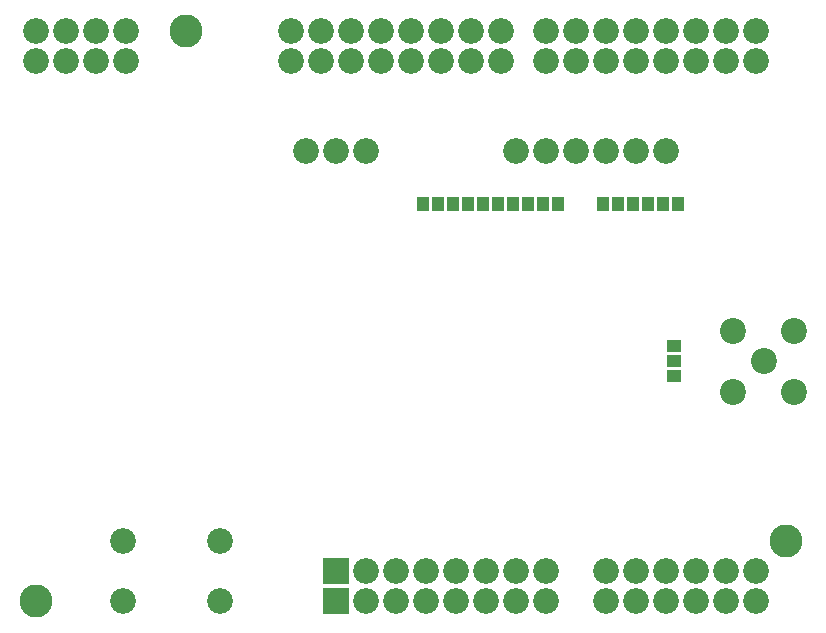
<source format=gbr>
G04 GERBER ASCII OUTPUT FROM: EDWINXP (VER. 1.61 REV. 20080915)*
G04 GERBER FORMAT: RX-274-X*
G04 BOARD: AMICUS_GPS_SHIELD*
G04 ARTWORK OF SOLD.MASK POSITIVE*
%ASAXBY*%
%FSLAX23Y23*%
%MIA0B0*%
%MOIN*%
%OFA0.0000B0.0000*%
%SFA1B1*%
%IJA0B0*%
%INLAYER30POS*%
%IOA0B0*%
%IPPOS*%
%IR0*%
G04 APERTURE MACROS*
%AMEDWDONUT*
1,1,$1,$2,$3*
1,0,$4,$2,$3*
%
%AMEDWFRECT*
20,1,$1,$2,$3,$4,$5,$6*
%
%AMEDWORECT*
20,1,$1,$2,$3,$4,$5,$10*
20,1,$1,$4,$5,$6,$7,$10*
20,1,$1,$6,$7,$8,$9,$10*
20,1,$1,$8,$9,$2,$3,$10*
1,1,$1,$2,$3*
1,1,$1,$4,$5*
1,1,$1,$6,$7*
1,1,$1,$8,$9*
%
%AMEDWLINER*
20,1,$1,$2,$3,$4,$5,$6*
1,1,$1,$2,$3*
1,1,$1,$4,$5*
%
%AMEDWFTRNG*
4,1,3,$1,$2,$3,$4,$5,$6,$7,$8,$9*
%
%AMEDWATRNG*
4,1,3,$1,$2,$3,$4,$5,$6,$7,$8,$9*
20,1,$11,$1,$2,$3,$4,$10*
20,1,$11,$3,$4,$5,$6,$10*
20,1,$11,$5,$6,$7,$8,$10*
1,1,$11,$3,$4*
1,1,$11,$5,$6*
1,1,$11,$7,$8*
%
%AMEDWOTRNG*
20,1,$1,$2,$3,$4,$5,$8*
20,1,$1,$4,$5,$6,$7,$8*
20,1,$1,$6,$7,$2,$3,$8*
1,1,$1,$2,$3*
1,1,$1,$4,$5*
1,1,$1,$6,$7*
%
G04*
G04 APERTURE LIST*
%ADD10R,0.0700X0.0650*%
%ADD11R,0.0940X0.0890*%
%ADD12R,0.0600X0.0550*%
%ADD13R,0.0840X0.0790*%
%ADD14R,0.1350X0.1350*%
%ADD15R,0.1590X0.1590*%
%ADD16R,0.1250X0.1250*%
%ADD17R,0.1490X0.1490*%
%ADD18R,0.1700X0.1700*%
%ADD19R,0.1940X0.1940*%
%ADD20R,0.1560X0.1560*%
%ADD21R,0.1800X0.1800*%
%ADD22R,0.03937X0.05118*%
%ADD23R,0.06337X0.07518*%
%ADD24R,0.03543X0.04724*%
%ADD25R,0.05943X0.07124*%
%ADD26R,0.05118X0.03937*%
%ADD27R,0.07518X0.06337*%
%ADD28R,0.04724X0.03543*%
%ADD29R,0.07124X0.05943*%
%ADD30R,0.0860X0.0860*%
%ADD31R,0.1100X0.1100*%
%ADD32R,0.0700X0.0700*%
%ADD33R,0.0940X0.0940*%
%ADD34R,0.0900X0.0350*%
%ADD35R,0.1140X0.0590*%
%ADD36R,0.0800X0.0250*%
%ADD37R,0.1040X0.0490*%
%ADD38R,0.04724X0.06693*%
%ADD39R,0.07124X0.09093*%
%ADD40R,0.03937X0.05906*%
%ADD41R,0.06337X0.08306*%
%ADD42R,0.0650X0.0700*%
%ADD43R,0.0890X0.0940*%
%ADD44R,0.0550X0.0600*%
%ADD45R,0.0790X0.0840*%
%ADD46C,0.00039*%
%ADD48C,0.0010*%
%ADD50C,0.00118*%
%ADD52C,0.0020*%
%ADD53R,0.0020X0.0020*%
%ADD54C,0.0030*%
%ADD55R,0.0030X0.0030*%
%ADD56C,0.0040*%
%ADD57R,0.0040X0.0040*%
%ADD58C,0.00472*%
%ADD60C,0.0050*%
%ADD61R,0.0050X0.0050*%
%ADD62C,0.00512*%
%ADD63R,0.00512X0.00512*%
%ADD64C,0.00551*%
%ADD65R,0.00551X0.00551*%
%ADD66C,0.00591*%
%ADD67R,0.00591X0.00591*%
%ADD68C,0.00659*%
%ADD69R,0.00659X0.00659*%
%ADD70C,0.00669*%
%ADD72C,0.00787*%
%ADD73R,0.00787X0.00787*%
%ADD74C,0.00799*%
%ADD76C,0.0080*%
%ADD78C,0.00984*%
%ADD79R,0.00984X0.00984*%
%ADD80C,0.0100*%
%ADD81R,0.0100X0.0100*%
%ADD82C,0.01181*%
%ADD84C,0.0120*%
%ADD86C,0.0120*%
%ADD88C,0.0130*%
%ADD90C,0.0150*%
%ADD91R,0.0150X0.0150*%
%ADD92C,0.0160*%
%ADD94C,0.01698*%
%ADD95R,0.01698X0.01698*%
%ADD96C,0.01797*%
%ADD97R,0.01797X0.01797*%
%ADD98C,0.01895*%
%ADD99R,0.01895X0.01895*%
%ADD100C,0.01969*%
%ADD101R,0.01969X0.01969*%
%ADD102C,0.01994*%
%ADD103R,0.01994X0.01994*%
%ADD104C,0.0200*%
%ADD106C,0.02092*%
%ADD107R,0.02092X0.02092*%
%ADD108C,0.02362*%
%ADD109R,0.02362X0.02362*%
%ADD110C,0.0240*%
%ADD111R,0.0240X0.0240*%
%ADD112C,0.0240*%
%ADD113R,0.0240X0.0240*%
%ADD114C,0.0250*%
%ADD115R,0.0250X0.0250*%
%ADD116C,0.0290*%
%ADD118C,0.02912*%
%ADD120C,0.02951*%
%ADD122C,0.02991*%
%ADD124C,0.0300*%
%ADD125R,0.0300X0.0300*%
%ADD126C,0.03059*%
%ADD127R,0.03059X0.03059*%
%ADD128C,0.03069*%
%ADD129R,0.03069X0.03069*%
%ADD130C,0.03199*%
%ADD131R,0.03199X0.03199*%
%ADD132C,0.0320*%
%ADD133R,0.0320X0.0320*%
%ADD134C,0.0350*%
%ADD135R,0.0350X0.0350*%
%ADD136C,0.03581*%
%ADD138C,0.0360*%
%ADD140C,0.0370*%
%ADD142C,0.0390*%
%ADD143R,0.0390X0.0390*%
%ADD144C,0.03937*%
%ADD145R,0.03937X0.03937*%
%ADD146C,0.0400*%
%ADD147R,0.0400X0.0400*%
%ADD148C,0.04173*%
%ADD149R,0.04173X0.04173*%
%ADD150C,0.04369*%
%ADD152C,0.0440*%
%ADD154C,0.0450*%
%ADD155R,0.0450X0.0450*%
%ADD156C,0.0470*%
%ADD157R,0.0470X0.0470*%
%ADD158C,0.04724*%
%ADD159R,0.04724X0.04724*%
%ADD160C,0.04762*%
%ADD161R,0.04762X0.04762*%
%ADD162C,0.0490*%
%ADD163R,0.0490X0.0490*%
%ADD164C,0.0500*%
%ADD165R,0.0500X0.0500*%
%ADD166C,0.05118*%
%ADD167R,0.05118X0.05118*%
%ADD168C,0.0540*%
%ADD170C,0.05512*%
%ADD171R,0.05512X0.05512*%
%ADD172C,0.0560*%
%ADD173R,0.0560X0.0560*%
%ADD174C,0.0570*%
%ADD175R,0.0570X0.0570*%
%ADD176C,0.05724*%
%ADD177R,0.05724X0.05724*%
%ADD178C,0.0590*%
%ADD179R,0.0590X0.0590*%
%ADD180C,0.05906*%
%ADD181R,0.05906X0.05906*%
%ADD182C,0.0600*%
%ADD183R,0.0600X0.0600*%
%ADD184C,0.0620*%
%ADD185R,0.0620X0.0620*%
%ADD186C,0.06201*%
%ADD187R,0.06201X0.06201*%
%ADD188C,0.06337*%
%ADD189R,0.06337X0.06337*%
%ADD190C,0.0650*%
%ADD191R,0.0650X0.0650*%
%ADD192C,0.06693*%
%ADD193R,0.06693X0.06693*%
%ADD194C,0.0690*%
%ADD195R,0.0690X0.0690*%
%ADD196C,0.06906*%
%ADD197R,0.06906X0.06906*%
%ADD198C,0.0700*%
%ADD199R,0.0700X0.0700*%
%ADD200C,0.0710*%
%ADD201R,0.0710X0.0710*%
%ADD202C,0.07124*%
%ADD203R,0.07124X0.07124*%
%ADD204C,0.0740*%
%ADD205R,0.0740X0.0740*%
%ADD206C,0.0750*%
%ADD207R,0.0750X0.0750*%
%ADD208C,0.07598*%
%ADD210C,0.0760*%
%ADD212C,0.07874*%
%ADD214C,0.0800*%
%ADD215R,0.0800X0.0800*%
%ADD216C,0.0810*%
%ADD217R,0.0810X0.0810*%
%ADD218C,0.08306*%
%ADD219R,0.08306X0.08306*%
%ADD220C,0.0840*%
%ADD221R,0.0840X0.0840*%
%ADD222C,0.08598*%
%ADD224C,0.0860*%
%ADD225R,0.0860X0.0860*%
%ADD226C,0.08601*%
%ADD228C,0.08661*%
%ADD230C,0.0870*%
%ADD231R,0.0870X0.0870*%
%ADD232C,0.0890*%
%ADD233R,0.0890X0.0890*%
%ADD234C,0.0900*%
%ADD235R,0.0900X0.0900*%
%ADD236C,0.09093*%
%ADD237R,0.09093X0.09093*%
%ADD238C,0.0940*%
%ADD239R,0.0940X0.0940*%
%ADD240C,0.0970*%
%ADD241R,0.0970X0.0970*%
%ADD242C,0.09843*%
%ADD243R,0.09843X0.09843*%
%ADD244C,0.0990*%
%ADD245R,0.0990X0.0990*%
%ADD246C,0.09998*%
%ADD248C,0.1000*%
%ADD249R,0.1000X0.1000*%
%ADD250C,0.10274*%
%ADD252C,0.1040*%
%ADD253R,0.1040X0.1040*%
%ADD254C,0.10998*%
%ADD256C,0.1100*%
%ADD257R,0.1100X0.1100*%
%ADD258C,0.11061*%
%ADD260C,0.1110*%
%ADD261R,0.1110X0.1110*%
%ADD262C,0.1120*%
%ADD263R,0.1120X0.1120*%
%ADD264C,0.1140*%
%ADD265R,0.1140X0.1140*%
%ADD266C,0.1150*%
%ADD267R,0.1150X0.1150*%
%ADD268C,0.1200*%
%ADD269R,0.1200X0.1200*%
%ADD270C,0.1210*%
%ADD271R,0.1210X0.1210*%
%ADD272C,0.1240*%
%ADD273R,0.1240X0.1240*%
%ADD274C,0.1250*%
%ADD275R,0.1250X0.1250*%
%ADD276C,0.12992*%
%ADD277R,0.12992X0.12992*%
%ADD278C,0.1300*%
%ADD279R,0.1300X0.1300*%
%ADD280C,0.1340*%
%ADD281R,0.1340X0.1340*%
%ADD282C,0.1390*%
%ADD283R,0.1390X0.1390*%
%ADD284C,0.1420*%
%ADD285R,0.1420X0.1420*%
%ADD286C,0.1440*%
%ADD287R,0.1440X0.1440*%
%ADD288C,0.1490*%
%ADD289R,0.1490X0.1490*%
%ADD290C,0.1520*%
%ADD291R,0.1520X0.1520*%
%ADD292C,0.15374*%
%ADD293R,0.15374X0.15374*%
%ADD294C,0.1540*%
%ADD295R,0.1540X0.1540*%
%ADD296C,0.1660*%
%ADD297R,0.1660X0.1660*%
%ADD298C,0.17323*%
%ADD300C,0.1760*%
%ADD301R,0.1760X0.1760*%
%ADD302C,0.17774*%
%ADD303R,0.17774X0.17774*%
%ADD304C,0.18504*%
%ADD306C,0.18898*%
%ADD308C,0.20904*%
%ADD310C,0.2126*%
%ADD312C,0.21298*%
%ADD314C,0.22835*%
%ADD317R,0.23622X0.23622*%
%ADD319R,0.24937X0.24937*%
%ADD321R,0.26022X0.26022*%
%ADD323R,0.27337X0.27337*%
%ADD325R,0.31496X0.31496*%
%ADD327R,0.32811X0.32811*%
%ADD329R,0.33896X0.33896*%
%ADD331R,0.35211X0.35211*%
%ADD332C,0.45211*%
%ADD333R,0.45211X0.45211*%
%ADD334C,0.55211*%
%ADD335R,0.55211X0.55211*%
%ADD336C,0.65211*%
%ADD337R,0.65211X0.65211*%
%ADD338C,0.75211*%
%ADD339R,0.75211X0.75211*%
%ADD340C,0.85211*%
%ADD341R,0.85211X0.85211*%
%ADD342C,0.95211*%
%ADD343R,0.95211X0.95211*%
%ADD344C,1.05211*%
%ADD345R,1.05211X1.05211*%
%ADD346C,1.15211*%
%ADD347R,1.15211X1.15211*%
%ADD348C,1.25211*%
%ADD349R,1.25211X1.25211*%
%ADD350C,1.35211*%
%ADD351R,1.35211X1.35211*%
%ADD352C,1.45211*%
%ADD353R,1.45211X1.45211*%
%ADD354C,1.55211*%
%ADD355R,1.55211X1.55211*%
%ADD356C,1.65211*%
%ADD357R,1.65211X1.65211*%
%ADD358C,1.75211*%
%ADD359R,1.75211X1.75211*%
%ADD360C,1.85211*%
%ADD361R,1.85211X1.85211*%
%ADD362C,1.95211*%
%ADD363R,1.95211X1.95211*%
G04*
D22* 
X1388Y1425D02*D03*
X1438Y1425D02*D03*
X1488Y1425D02*D03*
X1538Y1425D02*D03*
X1588Y1425D02*D03*
X1638Y1425D02*D03*
X1688Y1425D02*D03*
X1738Y1425D02*D03*
X1788Y1425D02*D03*
X1838Y1425D02*D03*
X1988Y1425D02*D03*
X2038Y1425D02*D03*
X2088Y1425D02*D03*
X2138Y1425D02*D03*
X2188Y1425D02*D03*
X2238Y1425D02*D03*
D26* 
X2226Y951D02*D03*
X2226Y901D02*D03*
X2226Y851D02*D03*
D224*
X1800Y2000D02*D03*
X1900Y2000D02*D03*
X2000Y2000D02*D03*
X2100Y2000D02*D03*
X2200Y2000D02*D03*
X2300Y2000D02*D03*
X2400Y2000D02*D03*
X2500Y2000D02*D03*
X1300Y100D02*D03*
X1400Y100D02*D03*
X1500Y100D02*D03*
X1600Y100D02*D03*
X1700Y100D02*D03*
X1800Y100D02*D03*
X950Y2000D02*D03*
X1050Y2000D02*D03*
X1150Y2000D02*D03*
X1250Y2000D02*D03*
X1350Y2000D02*D03*
X1450Y2000D02*D03*
X1550Y2000D02*D03*
X1650Y2000D02*D03*
X2000Y100D02*D03*
X2100Y100D02*D03*
X2200Y100D02*D03*
X2300Y100D02*D03*
X2400Y100D02*D03*
X2500Y100D02*D03*
D30* 
X1100Y200D02*D03*
D224*
X1200Y200D02*D03*
X1300Y200D02*D03*
X1400Y200D02*D03*
X1500Y200D02*D03*
X1600Y200D02*D03*
X1700Y200D02*D03*
X1800Y200D02*D03*
X100Y1900D02*D03*
X200Y1900D02*D03*
X300Y1900D02*D03*
X400Y1900D02*D03*
X2000Y200D02*D03*
X2100Y200D02*D03*
X2200Y200D02*D03*
X2300Y200D02*D03*
X2400Y200D02*D03*
X2500Y200D02*D03*
X950Y1900D02*D03*
X1050Y1900D02*D03*
X1150Y1900D02*D03*
X1250Y1900D02*D03*
X1350Y1900D02*D03*
X1450Y1900D02*D03*
X1550Y1900D02*D03*
X1650Y1900D02*D03*
X1800Y1900D02*D03*
X1900Y1900D02*D03*
X2000Y1900D02*D03*
X2100Y1900D02*D03*
X2200Y1900D02*D03*
X2300Y1900D02*D03*
X2400Y1900D02*D03*
X2500Y1900D02*D03*
X1700Y1600D02*D03*
X1800Y1600D02*D03*
X1900Y1600D02*D03*
X2000Y1600D02*D03*
X2100Y1600D02*D03*
X2200Y1600D02*D03*
D222*
X712Y100D02*D03*
X712Y300D02*D03*
X388Y300D02*D03*
X388Y100D02*D03*
D228*
X2525Y900D02*D03*
X2625Y799D02*D03*
X2625Y1000D02*D03*
X2424Y799D02*D03*
X2424Y1000D02*D03*
D224*
X1000Y1600D02*D03*
X1100Y1600D02*D03*
X1200Y1600D02*D03*
X100Y2000D02*D03*
X200Y2000D02*D03*
X300Y2000D02*D03*
X400Y2000D02*D03*
D30* 
X1100Y100D02*D03*
D224*
X1200Y100D02*D03*
D256*
X100Y100D02*D03*
X600Y2000D02*D03*
X2600Y300D02*D03*
M02*

</source>
